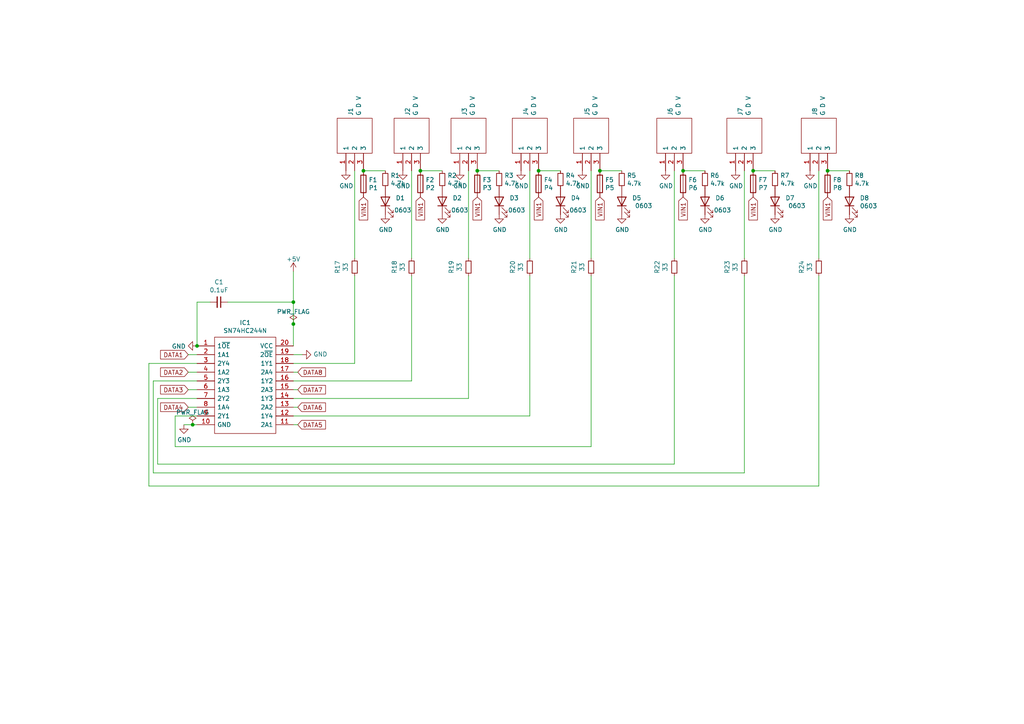
<source format=kicad_sch>
(kicad_sch (version 20211123) (generator eeschema)
  (paper "A4")
  (title_block (title "The Owl - RPI Cape 16ch Pixel Controller") (company "OnlineDynamic"))
  (lib_symbols
    (symbol "Device:C_Small" (pin_numbers hide) (pin_names (offset 0.254) hide)
      (property "Reference" "C" (at 0.254 1.778 0))
      (property "Value" "C_Small" (at 0.254 -2.032 0))
      (symbol "C_Small_0_1"
        (polyline (pts (xy -1.524 -0.508) (xy 1.524 -0.508)) (stroke (width 0.3302)))
        (polyline (pts (xy -1.524 0.508) (xy 1.524 0.508)) (stroke (width 0.3048)))
      )
      (symbol "C_Small_1_1"
        (pin passive line (at 0 2.54 270) (length 2.032) (name "~") (number "1"))
        (pin passive line (at 0 -2.54 90) (length 2.032) (name "~") (number "2"))
      )
    )
    (symbol "Device:Fuse" (pin_numbers hide) (pin_names (offset 0))
      (property "Reference" "F" (at 2.032 0 90))
      (property "Value" "Fuse" (at -1.905 0 90))
      (symbol "Fuse_0_1"
        (rectangle (start -0.762 -2.54) (end 0.762 2.54) (stroke (width 0.254)))
        (polyline (pts (xy 0 2.54) (xy 0 -2.54)))
      )
      (symbol "Fuse_1_1"
        (pin passive line (at 0 3.81 270) (length 1.27) (name "~") (number "1"))
        (pin passive line (at 0 -3.81 90) (length 1.27) (name "~") (number "2"))
      )
    )
    (symbol "Device:LED" (pin_numbers hide) (pin_names (offset 1.016) hide)
      (property "Reference" "D" (at 0 2.54 0))
      (property "Value" "LED" (at 0 -2.54 0))
      (symbol "LED_0_1"
        (polyline (pts (xy -1.27 -1.27) (xy -1.27 1.27)) (stroke (width 0.254)))
        (polyline (pts (xy -1.27 0) (xy 1.27 0)))
        (polyline (pts (xy 1.27 -1.27) (xy 1.27 1.27) (xy -1.27 0) (xy 1.27 -1.27)) (stroke (width 0.254)))
        (polyline (pts (xy -3.048 -0.762) (xy -4.572 -2.286) (xy -3.81 -2.286) (xy -4.572 -2.286) (xy -4.572 -1.524)))
        (polyline (pts (xy -1.778 -0.762) (xy -3.302 -2.286) (xy -2.54 -2.286) (xy -3.302 -2.286) (xy -3.302 -1.524)))
      )
      (symbol "LED_1_1"
        (pin passive line (at -3.81 0 0) (length 2.54) (name "K") (number "1"))
        (pin passive line (at 3.81 0 180) (length 2.54) (name "A") (number "2"))
      )
    )
    (symbol "Device:R_Small" (pin_numbers hide) (pin_names (offset 0.254) hide)
      (property "Reference" "R" (at 0.762 0.508 0))
      (property "Value" "R_Small" (at 0.762 -1.016 0))
      (symbol "R_Small_0_1"
        (rectangle (start -0.762 1.778) (end 0.762 -1.778) (stroke (width 0.2032)))
      )
      (symbol "R_Small_1_1"
        (pin passive line (at 0 2.54 270) (length 0.762) (name "~") (number "1"))
        (pin passive line (at 0 -2.54 90) (length 0.762) (name "~") (number "2"))
      )
    )
    (symbol "owl_cape-rescue:284514-3-SamacSys_Parts" (pin_names (offset 0.762))
      (property "Reference" "J" (at 16.51 7.62 0))
      (property "Value" "284514-3-SamacSys_Parts" (at 16.51 5.08 0))
      (symbol "284514-3-SamacSys_Parts_0_0"
        (pin passive line (at 0 0 0) (length 5.08) (name "1") (number "1"))
        (pin passive line (at 0 -2.54 0) (length 5.08) (name "2") (number "2"))
        (pin passive line (at 0 -5.08 0) (length 5.08) (name "3") (number "3"))
      )
      (symbol "284514-3-SamacSys_Parts_0_1"
        (polyline (pts (xy 5.08 2.54) (xy 15.24 2.54) (xy 15.24 -7.62) (xy 5.08 -7.62) (xy 5.08 2.54)) (stroke (width 0.1524)))
      )
    )
    (symbol "owl_cape-rescue:SN74HC244N-SamacSys_Parts" (pin_names (offset 0.762))
      (property "Reference" "IC" (at 24.13 7.62 0))
      (property "Value" "SN74HC244N-SamacSys_Parts" (at 24.13 5.08 0))
      (symbol "SN74HC244N-SamacSys_Parts_0_0"
        (pin passive line (at 0 0 0) (length 5.08) (name "1~{OE}") (number "1"))
        (pin power_in line (at 0 -22.86 0) (length 5.08) (name "GND") (number "10"))
        (pin passive line (at 27.94 -22.86 180) (length 5.08) (name "2A1") (number "11"))
        (pin passive line (at 27.94 -20.32 180) (length 5.08) (name "1Y4") (number "12"))
        (pin passive line (at 27.94 -17.78 180) (length 5.08) (name "2A2") (number "13"))
        (pin passive line (at 27.94 -15.24 180) (length 5.08) (name "1Y3") (number "14"))
        (pin passive line (at 27.94 -12.7 180) (length 5.08) (name "2A3") (number "15"))
        (pin passive line (at 27.94 -10.16 180) (length 5.08) (name "1Y2") (number "16"))
        (pin passive line (at 27.94 -7.62 180) (length 5.08) (name "2A4") (number "17"))
        (pin passive line (at 27.94 -5.08 180) (length 5.08) (name "1Y1") (number "18"))
        (pin passive line (at 27.94 -2.54 180) (length 5.08) (name "2~{OE}") (number "19"))
        (pin passive line (at 0 -2.54 0) (length 5.08) (name "1A1") (number "2"))
        (pin power_in line (at 27.94 0 180) (length 5.08) (name "VCC") (number "20"))
        (pin passive line (at 0 -5.08 0) (length 5.08) (name "2Y4") (number "3"))
        (pin passive line (at 0 -7.62 0) (length 5.08) (name "1A2") (number "4"))
        (pin passive line (at 0 -10.16 0) (length 5.08) (name "2Y3") (number "5"))
        (pin passive line (at 0 -12.7 0) (length 5.08) (name "1A3") (number "6"))
        (pin passive line (at 0 -15.24 0) (length 5.08) (name "2Y2") (number "7"))
        (pin passive line (at 0 -17.78 0) (length 5.08) (name "1A4") (number "8"))
        (pin passive line (at 0 -20.32 0) (length 5.08) (name "2Y1") (number "9"))
      )
      (symbol "SN74HC244N-SamacSys_Parts_0_1"
        (polyline (pts (xy 5.08 2.54) (xy 22.86 2.54) (xy 22.86 -25.4) (xy 5.08 -25.4) (xy 5.08 2.54)) (stroke (width 0.1524)))
      )
    )
    (symbol "power:+5V" (power) (pin_names (offset 0))
      (property "Value" "+5V" (at 0 3.556 0))
      (symbol "+5V_0_1"
        (polyline (pts (xy -0.762 1.27) (xy 0 2.54)))
        (polyline (pts (xy 0 0) (xy 0 2.54)))
        (polyline (pts (xy 0 2.54) (xy 0.762 1.27)))
      )
      (symbol "+5V_1_1"
        (pin power_in line (at 0 0 90) (length 0) hide (name "+5V") (number "1"))
      )
    )
    (symbol "power:GND" (power) (pin_names (offset 0))
      (property "Value" "GND" (at 0 -3.81 0))
      (symbol "GND_0_1"
        (polyline (pts (xy 0 0) (xy 0 -1.27) (xy 1.27 -1.27) (xy 0 -2.54) (xy -1.27 -1.27) (xy 0 -1.27)))
      )
      (symbol "GND_1_1"
        (pin power_in line (at 0 0 270) (length 0) hide (name "GND") (number "1"))
      )
    )
    (symbol "power:PWR_FLAG" (power) (pin_numbers hide) (pin_names (offset 0) hide)
      (property "Value" "PWR_FLAG" (at 0 3.81 0))
      (symbol "PWR_FLAG_0_0"
        (pin power_out line (at 0 0 90) (length 0) (name "pwr") (number "1"))
      )
      (symbol "PWR_FLAG_0_1"
        (polyline (pts (xy 0 0) (xy 0 1.27) (xy -1.016 1.905) (xy 0 2.54) (xy 1.016 1.905) (xy 0 1.27)))
      )
    )
  )
  (junction (at 105.41 49.53))
  (junction (at 57.15 100.33))
  (junction (at 85.09 87.63))
  (junction (at 240.03 49.53))
  (junction (at 138.43 49.53))
  (junction (at 173.99 49.53))
  (junction (at 156.21 49.53))
  (junction (at 55.88 123.19))
  (junction (at 121.92 49.53))
  (junction (at 198.12 49.53))
  (junction (at 218.44 49.53))
  (junction (at 85.09 93.98))
  (wire (pts (xy 135.89 80.01) (xy 135.89 115.57)))
  (wire (pts (xy 50.8 129.54) (xy 171.45 129.54)))
  (wire (pts (xy 85.09 107.95) (xy 86.36 107.95)))
  (wire (pts (xy 138.43 49.53) (xy 144.78 49.53)))
  (wire (pts (xy 121.92 49.53) (xy 128.27 49.53)))
  (wire (pts (xy 57.15 118.11) (xy 54.61 118.11)))
  (wire (pts (xy 85.09 78.74) (xy 85.09 87.63)))
  (wire (pts (xy 54.61 113.03) (xy 57.15 113.03)))
  (wire (pts (xy 43.18 105.41) (xy 57.15 105.41)))
  (wire (pts (xy 102.87 80.01) (xy 102.87 105.41)))
  (wire (pts (xy 45.72 115.57) (xy 57.15 115.57)))
  (wire (pts (xy 237.49 49.53) (xy 237.49 74.93)))
  (wire (pts (xy 50.8 120.65) (xy 50.8 129.54)))
  (wire (pts (xy 215.9 49.53) (xy 215.9 74.93)))
  (wire (pts (xy 44.45 137.16) (xy 44.45 110.49)))
  (wire (pts (xy 60.96 87.63) (xy 57.15 87.63)))
  (wire (pts (xy 45.72 134.62) (xy 195.58 134.62)))
  (wire (pts (xy 119.38 80.01) (xy 119.38 110.49)))
  (wire (pts (xy 43.18 140.97) (xy 237.49 140.97)))
  (wire (pts (xy 66.04 87.63) (xy 85.09 87.63)))
  (wire (pts (xy 85.09 93.98) (xy 85.09 100.33)))
  (wire (pts (xy 85.09 120.65) (xy 153.67 120.65)))
  (wire (pts (xy 50.8 120.65) (xy 57.15 120.65)))
  (wire (pts (xy 85.09 123.19) (xy 86.36 123.19)))
  (wire (pts (xy 156.21 49.53) (xy 162.56 49.53)))
  (wire (pts (xy 85.09 113.03) (xy 86.36 113.03)))
  (wire (pts (xy 153.67 80.01) (xy 153.67 120.65)))
  (wire (pts (xy 54.61 102.87) (xy 57.15 102.87)))
  (wire (pts (xy 85.09 102.87) (xy 87.63 102.87)))
  (wire (pts (xy 135.89 49.53) (xy 135.89 74.93)))
  (wire (pts (xy 237.49 80.01) (xy 237.49 140.97)))
  (wire (pts (xy 43.18 140.97) (xy 43.18 105.41)))
  (wire (pts (xy 85.09 110.49) (xy 119.38 110.49)))
  (wire (pts (xy 173.99 49.53) (xy 180.34 49.53)))
  (wire (pts (xy 119.38 49.53) (xy 119.38 74.93)))
  (wire (pts (xy 171.45 80.01) (xy 171.45 129.54)))
  (wire (pts (xy 102.87 49.53) (xy 102.87 74.93)))
  (wire (pts (xy 153.67 49.53) (xy 153.67 74.93)))
  (wire (pts (xy 195.58 80.01) (xy 195.58 134.62)))
  (wire (pts (xy 240.03 49.53) (xy 246.38 49.53)))
  (wire (pts (xy 44.45 137.16) (xy 215.9 137.16)))
  (wire (pts (xy 195.58 49.53) (xy 195.58 74.93)))
  (wire (pts (xy 45.72 134.62) (xy 45.72 115.57)))
  (wire (pts (xy 85.09 87.63) (xy 85.09 93.98)))
  (wire (pts (xy 215.9 80.01) (xy 215.9 137.16)))
  (wire (pts (xy 55.88 123.19) (xy 57.15 123.19)))
  (wire (pts (xy 198.12 49.53) (xy 204.47 49.53)))
  (wire (pts (xy 171.45 49.53) (xy 171.45 74.93)))
  (wire (pts (xy 44.45 110.49) (xy 57.15 110.49)))
  (wire (pts (xy 53.34 123.19) (xy 55.88 123.19)))
  (wire (pts (xy 85.09 118.11) (xy 86.36 118.11)))
  (wire (pts (xy 105.41 49.53) (xy 111.76 49.53)))
  (wire (pts (xy 85.09 105.41) (xy 102.87 105.41)))
  (wire (pts (xy 218.44 49.53) (xy 224.79 49.53)))
  (wire (pts (xy 85.09 115.57) (xy 135.89 115.57)))
  (wire (pts (xy 57.15 87.63) (xy 57.15 100.33)))
  (wire (pts (xy 54.61 107.95) (xy 57.15 107.95)))
  (global_label "DATA2" (shape input) (at 54.61 107.95 180) (property "Intersheet References" "${INTERSHEET_REFS}" (effects hide)))
  (global_label "VIN1" (shape input) (at 138.43 57.15 270) (property "Intersheet References" "${INTERSHEET_REFS}" (effects hide)))
  (global_label "VIN1" (shape input) (at 240.03 57.15 270) (property "Intersheet References" "${INTERSHEET_REFS}" (effects hide)))
  (global_label "DATA4" (shape input) (at 54.61 118.11 180) (property "Intersheet References" "${INTERSHEET_REFS}" (effects hide)))
  (global_label "VIN1" (shape input) (at 105.41 57.15 270) (property "Intersheet References" "${INTERSHEET_REFS}" (effects hide)))
  (global_label "DATA6" (shape input) (at 86.36 118.11 0) (property "Intersheet References" "${INTERSHEET_REFS}" (effects hide)))
  (global_label "DATA1" (shape input) (at 54.61 102.87 180) (property "Intersheet References" "${INTERSHEET_REFS}" (effects hide)))
  (global_label "VIN1" (shape input) (at 218.44 57.15 270) (property "Intersheet References" "${INTERSHEET_REFS}" (effects hide)))
  (global_label "DATA3" (shape input) (at 54.61 113.03 180) (property "Intersheet References" "${INTERSHEET_REFS}" (effects hide)))
  (global_label "DATA5" (shape input) (at 86.36 123.19 0) (property "Intersheet References" "${INTERSHEET_REFS}" (effects hide)))
  (global_label "VIN1" (shape input) (at 121.92 57.15 270) (property "Intersheet References" "${INTERSHEET_REFS}" (effects hide)))
  (global_label "VIN1" (shape input) (at 198.12 57.15 270) (property "Intersheet References" "${INTERSHEET_REFS}" (effects hide)))
  (global_label "DATA7" (shape input) (at 86.36 113.03 0) (property "Intersheet References" "${INTERSHEET_REFS}" (effects hide)))
  (global_label "VIN1" (shape input) (at 173.99 57.15 270) (property "Intersheet References" "${INTERSHEET_REFS}" (effects hide)))
  (global_label "DATA8" (shape input) (at 86.36 107.95 0) (property "Intersheet References" "${INTERSHEET_REFS}" (effects hide)))
  (global_label "VIN1" (shape input) (at 156.21 57.15 270) (property "Intersheet References" "${INTERSHEET_REFS}" (effects hide)))
  (symbol (lib_id "owl_cape-rescue:284514-3-SamacSys_Parts") (at 116.84 49.53 90) (unit 1)
    (property "Reference" "J2" (at 118.2116 33.5788 0) (effects (justify left)))
    (property "Value" "G D V" (at 120.523 33.5788 0) (effects (justify left)))
    (property "Footprint" "SamacSys_Parts:SHDR3W80P0X350_1X3_1250X725X940P" (effects hide))
    (property "Datasheet" "https://www.te.com/commerce/DocumentDelivery/DDEController?Action=srchrtrv&DocNm=284514&DocType=Customer+Drawing&DocLang=English&DocFormat=pdf&PartCntxt=284514-3" (effects hide))
    (property "Description" "TE Connectivity Buchanan, 3 Way, 1 Row, Straight PCB Terminal Block Header" (effects hide))
    (property "Height" "9.4" (effects hide))
    (property "Mouser Part Number" "571-284514-3" (effects hide))
    (property "Mouser Price/Stock" "https://www.mouser.co.uk/ProductDetail/TE-Connectivity/284514-3/?qs=woBvfblj%2FzwGS50caoQlYA%3D%3D" (effects hide))
    (property "Manufacturer_Name" "TE Connectivity" (effects hide))
    (property "Manufacturer_Part_Number" "284514-3" (effects hide))
  )
  (symbol (lib_id "owl_cape-rescue:284514-3-SamacSys_Parts") (at 133.35 49.53 90) (unit 1)
    (property "Reference" "J3" (at 134.7216 33.5788 0) (effects (justify left)))
    (property "Value" "G D V" (at 137.033 33.5788 0) (effects (justify left)))
    (property "Footprint" "SamacSys_Parts:SHDR3W80P0X350_1X3_1250X725X940P" (effects hide))
    (property "Datasheet" "https://www.te.com/commerce/DocumentDelivery/DDEController?Action=srchrtrv&DocNm=284514&DocType=Customer+Drawing&DocLang=English&DocFormat=pdf&PartCntxt=284514-3" (effects hide))
    (property "Description" "TE Connectivity Buchanan, 3 Way, 1 Row, Straight PCB Terminal Block Header" (effects hide))
    (property "Height" "9.4" (effects hide))
    (property "Mouser Part Number" "571-284514-3" (effects hide))
    (property "Mouser Price/Stock" "https://www.mouser.co.uk/ProductDetail/TE-Connectivity/284514-3/?qs=woBvfblj%2FzwGS50caoQlYA%3D%3D" (effects hide))
    (property "Manufacturer_Name" "TE Connectivity" (effects hide))
    (property "Manufacturer_Part_Number" "284514-3" (effects hide))
  )
  (symbol (lib_id "owl_cape-rescue:284514-3-SamacSys_Parts") (at 151.13 49.53 90) (unit 1)
    (property "Reference" "J4" (at 152.5016 33.5788 0) (effects (justify left)))
    (property "Value" "G D V" (at 154.813 33.5788 0) (effects (justify left)))
    (property "Footprint" "SamacSys_Parts:SHDR3W80P0X350_1X3_1250X725X940P" (effects hide))
    (property "Datasheet" "https://www.te.com/commerce/DocumentDelivery/DDEController?Action=srchrtrv&DocNm=284514&DocType=Customer+Drawing&DocLang=English&DocFormat=pdf&PartCntxt=284514-3" (effects hide))
    (property "Description" "TE Connectivity Buchanan, 3 Way, 1 Row, Straight PCB Terminal Block Header" (effects hide))
    (property "Height" "9.4" (effects hide))
    (property "Mouser Part Number" "571-284514-3" (effects hide))
    (property "Mouser Price/Stock" "https://www.mouser.co.uk/ProductDetail/TE-Connectivity/284514-3/?qs=woBvfblj%2FzwGS50caoQlYA%3D%3D" (effects hide))
    (property "Manufacturer_Name" "TE Connectivity" (effects hide))
    (property "Manufacturer_Part_Number" "284514-3" (effects hide))
  )
  (symbol (lib_id "owl_cape-rescue:284514-3-SamacSys_Parts") (at 168.91 49.53 90) (unit 1)
    (property "Reference" "J5" (at 170.2816 33.5788 0) (effects (justify left)))
    (property "Value" "G D V" (at 172.593 33.5788 0) (effects (justify left)))
    (property "Footprint" "SamacSys_Parts:SHDR3W80P0X350_1X3_1250X725X940P" (effects hide))
    (property "Datasheet" "https://www.te.com/commerce/DocumentDelivery/DDEController?Action=srchrtrv&DocNm=284514&DocType=Customer+Drawing&DocLang=English&DocFormat=pdf&PartCntxt=284514-3" (effects hide))
    (property "Description" "TE Connectivity Buchanan, 3 Way, 1 Row, Straight PCB Terminal Block Header" (effects hide))
    (property "Height" "9.4" (effects hide))
    (property "Mouser Part Number" "571-284514-3" (effects hide))
    (property "Mouser Price/Stock" "https://www.mouser.co.uk/ProductDetail/TE-Connectivity/284514-3/?qs=woBvfblj%2FzwGS50caoQlYA%3D%3D" (effects hide))
    (property "Manufacturer_Name" "TE Connectivity" (effects hide))
    (property "Manufacturer_Part_Number" "284514-3" (effects hide))
  )
  (symbol (lib_id "owl_cape-rescue:284514-3-SamacSys_Parts") (at 193.04 49.53 90) (unit 1)
    (property "Reference" "J6" (at 194.4116 33.5788 0) (effects (justify left)))
    (property "Value" "G D V" (at 196.723 33.5788 0) (effects (justify left)))
    (property "Footprint" "SamacSys_Parts:SHDR3W80P0X350_1X3_1250X725X940P" (effects hide))
    (property "Datasheet" "https://www.te.com/commerce/DocumentDelivery/DDEController?Action=srchrtrv&DocNm=284514&DocType=Customer+Drawing&DocLang=English&DocFormat=pdf&PartCntxt=284514-3" (effects hide))
    (property "Description" "TE Connectivity Buchanan, 3 Way, 1 Row, Straight PCB Terminal Block Header" (effects hide))
    (property "Height" "9.4" (effects hide))
    (property "Mouser Part Number" "571-284514-3" (effects hide))
    (property "Mouser Price/Stock" "https://www.mouser.co.uk/ProductDetail/TE-Connectivity/284514-3/?qs=woBvfblj%2FzwGS50caoQlYA%3D%3D" (effects hide))
    (property "Manufacturer_Name" "TE Connectivity" (effects hide))
    (property "Manufacturer_Part_Number" "284514-3" (effects hide))
  )
  (symbol (lib_id "owl_cape-rescue:284514-3-SamacSys_Parts") (at 213.36 49.53 90) (unit 1)
    (property "Reference" "J7" (at 214.7316 33.5788 0) (effects (justify left)))
    (property "Value" "G D V" (at 217.043 33.5788 0) (effects (justify left)))
    (property "Footprint" "SamacSys_Parts:SHDR3W80P0X350_1X3_1250X725X940P" (effects hide))
    (property "Datasheet" "https://www.te.com/commerce/DocumentDelivery/DDEController?Action=srchrtrv&DocNm=284514&DocType=Customer+Drawing&DocLang=English&DocFormat=pdf&PartCntxt=284514-3" (effects hide))
    (property "Description" "TE Connectivity Buchanan, 3 Way, 1 Row, Straight PCB Terminal Block Header" (effects hide))
    (property "Height" "9.4" (effects hide))
    (property "Mouser Part Number" "571-284514-3" (effects hide))
    (property "Mouser Price/Stock" "https://www.mouser.co.uk/ProductDetail/TE-Connectivity/284514-3/?qs=woBvfblj%2FzwGS50caoQlYA%3D%3D" (effects hide))
    (property "Manufacturer_Name" "TE Connectivity" (effects hide))
    (property "Manufacturer_Part_Number" "284514-3" (effects hide))
  )
  (symbol (lib_id "owl_cape-rescue:284514-3-SamacSys_Parts") (at 234.95 49.53 90) (unit 1)
    (property "Reference" "J8" (at 236.3216 33.5788 0) (effects (justify left)))
    (property "Value" "G D V" (at 238.633 33.5788 0) (effects (justify left)))
    (property "Footprint" "SamacSys_Parts:SHDR3W80P0X350_1X3_1250X725X940P" (effects hide))
    (property "Datasheet" "https://www.te.com/commerce/DocumentDelivery/DDEController?Action=srchrtrv&DocNm=284514&DocType=Customer+Drawing&DocLang=English&DocFormat=pdf&PartCntxt=284514-3" (effects hide))
    (property "Description" "TE Connectivity Buchanan, 3 Way, 1 Row, Straight PCB Terminal Block Header" (effects hide))
    (property "Height" "9.4" (effects hide))
    (property "Mouser Part Number" "571-284514-3" (effects hide))
    (property "Mouser Price/Stock" "https://www.mouser.co.uk/ProductDetail/TE-Connectivity/284514-3/?qs=woBvfblj%2FzwGS50caoQlYA%3D%3D" (effects hide))
    (property "Manufacturer_Name" "TE Connectivity" (effects hide))
    (property "Manufacturer_Part_Number" "284514-3" (effects hide))
  )
  (symbol (lib_id "power:GND") (at 116.84 49.53 0) (unit 1)
    (property "Reference" "#PWR019" (effects hide))
    (property "Value" "GND" (at 116.967 53.9242 0))
  )
  (symbol (lib_id "Device:Fuse") (at 105.41 53.34 0) (unit 1)
    (property "Reference" "F1" (at 106.934 52.1716 0) (effects (justify left)))
    (property "Value" "P1" (at 106.934 54.483 0) (effects (justify left)))
    (property "Footprint" "Fuse:Fuseholder_Blade_Mini_Keystone_3568" (effects hide))
  )
  (symbol (lib_id "power:GND") (at 100.33 49.53 0) (unit 1)
    (property "Reference" "#PWR017" (effects hide))
    (property "Value" "GND" (at 100.457 53.9242 0))
  )
  (symbol (lib_id "Device:Fuse") (at 121.92 53.34 0) (unit 1)
    (property "Reference" "F2" (at 123.444 52.1716 0) (effects (justify left)))
    (property "Value" "P2" (at 123.444 54.483 0) (effects (justify left)))
    (property "Footprint" "Fuse:Fuseholder_Blade_Mini_Keystone_3568" (effects hide))
  )
  (symbol (lib_id "power:GND") (at 133.35 49.53 0) (unit 1)
    (property "Reference" "#PWR021" (effects hide))
    (property "Value" "GND" (at 133.477 53.9242 0))
  )
  (symbol (lib_id "Device:Fuse") (at 138.43 53.34 0) (unit 1)
    (property "Reference" "F3" (at 139.954 52.1716 0) (effects (justify left)))
    (property "Value" "P3" (at 139.954 54.483 0) (effects (justify left)))
    (property "Footprint" "Fuse:Fuseholder_Blade_Mini_Keystone_3568" (effects hide))
  )
  (symbol (lib_id "power:GND") (at 151.13 49.53 0) (unit 1)
    (property "Reference" "#PWR023" (effects hide))
    (property "Value" "GND" (at 151.257 53.9242 0))
  )
  (symbol (lib_id "Device:Fuse") (at 156.21 53.34 0) (unit 1)
    (property "Reference" "F4" (at 157.734 52.1716 0) (effects (justify left)))
    (property "Value" "P4" (at 157.734 54.483 0) (effects (justify left)))
    (property "Footprint" "Fuse:Fuseholder_Blade_Mini_Keystone_3568" (effects hide))
  )
  (symbol (lib_id "power:GND") (at 168.91 49.53 0) (unit 1)
    (property "Reference" "#PWR025" (effects hide))
    (property "Value" "GND" (at 169.037 53.9242 0))
  )
  (symbol (lib_id "Device:Fuse") (at 173.99 53.34 0) (unit 1)
    (property "Reference" "F5" (at 175.514 52.1716 0) (effects (justify left)))
    (property "Value" "P5" (at 175.514 54.483 0) (effects (justify left)))
    (property "Footprint" "Fuse:Fuseholder_Blade_Mini_Keystone_3568" (effects hide))
  )
  (symbol (lib_id "power:GND") (at 193.04 49.53 0) (unit 1)
    (property "Reference" "#PWR027" (effects hide))
    (property "Value" "GND" (at 193.167 53.9242 0))
  )
  (symbol (lib_id "Device:Fuse") (at 198.12 53.34 0) (unit 1)
    (property "Reference" "F6" (at 199.644 52.1716 0) (effects (justify left)))
    (property "Value" "P6" (at 199.644 54.483 0) (effects (justify left)))
    (property "Footprint" "Fuse:Fuseholder_Blade_Mini_Keystone_3568" (effects hide))
  )
  (symbol (lib_id "power:GND") (at 213.36 49.53 0) (unit 1)
    (property "Reference" "#PWR029" (effects hide))
    (property "Value" "GND" (at 213.487 53.9242 0))
  )
  (symbol (lib_id "Device:Fuse") (at 218.44 53.34 0) (unit 1)
    (property "Reference" "F7" (at 219.964 52.1716 0) (effects (justify left)))
    (property "Value" "P7" (at 219.964 54.483 0) (effects (justify left)))
    (property "Footprint" "Fuse:Fuseholder_Blade_Mini_Keystone_3568" (effects hide))
  )
  (symbol (lib_id "power:GND") (at 234.95 49.53 0) (unit 1)
    (property "Reference" "#PWR031" (effects hide))
    (property "Value" "GND" (at 235.077 53.9242 0))
  )
  (symbol (lib_id "Device:Fuse") (at 240.03 53.34 0) (unit 1)
    (property "Reference" "F8" (at 241.554 52.1716 0) (effects (justify left)))
    (property "Value" "P8" (at 241.554 54.483 0) (effects (justify left)))
    (property "Footprint" "Fuse:Fuseholder_Blade_Mini_Keystone_3568" (effects hide))
  )
  (symbol (lib_id "Device:LED") (at 246.38 58.42 90) (unit 1)
    (property "Reference" "D8" (at 249.3772 57.4294 90) (effects (justify right)))
    (property "Value" "0603" (at 249.3772 59.7408 90) (effects (justify right)))
    (property "Footprint" "LED_SMD:LED_0603_1608Metric" (effects hide))
    (property "Datasheet" "Everlight-Elec-19-217-GHC-YR1S2-3T_C72043.pdf" (effects hide))
    (property "Description" "C72043" (effects hide))
  )
  (symbol (lib_id "power:GND") (at 246.38 62.23 0) (unit 1)
    (property "Reference" "#PWR032" (effects hide))
    (property "Value" "GND" (at 246.507 66.6242 0))
  )
  (symbol (lib_id "Device:R_Small") (at 246.38 52.07 0) (unit 1)
    (property "Reference" "R8" (at 247.8786 50.9016 0) (effects (justify left)))
    (property "Value" "4.7k" (at 247.8786 53.213 0) (effects (justify left)))
    (property "Footprint" "Resistor_SMD:R_0805_2012Metric" (effects hide))
    (property "Datasheet" "https://datasheet.lcsc.com/szlcsc/Uniroyal-Elec-0805W8F2201T5E_C17520.pdf" (effects hide))
    (property "Description" "C17673" (effects hide))
  )
  (symbol (lib_id "Device:LED") (at 224.79 58.42 90) (unit 1)
    (property "Reference" "D7" (at 227.7872 57.4294 90) (effects (justify right)))
    (property "Value" "0603" (at 228.6 59.69 90) (effects (justify right)))
    (property "Footprint" "LED_SMD:LED_0603_1608Metric" (effects hide))
    (property "Datasheet" "Everlight-Elec-19-217-GHC-YR1S2-3T_C72043.pdf" (effects hide))
    (property "Description" "C72043" (effects hide))
  )
  (symbol (lib_id "power:GND") (at 224.79 62.23 0) (unit 1)
    (property "Reference" "#PWR030" (effects hide))
    (property "Value" "GND" (at 224.917 66.6242 0))
  )
  (symbol (lib_id "Device:R_Small") (at 224.79 52.07 0) (unit 1)
    (property "Reference" "R7" (at 226.2886 50.9016 0) (effects (justify left)))
    (property "Value" "4.7k" (at 226.2886 53.213 0) (effects (justify left)))
    (property "Footprint" "Resistor_SMD:R_0805_2012Metric" (effects hide))
    (property "Datasheet" "https://datasheet.lcsc.com/szlcsc/Uniroyal-Elec-0805W8F2201T5E_C17520.pdf" (effects hide))
    (property "Description" "C17673" (effects hide))
  )
  (symbol (lib_id "Device:LED") (at 204.47 58.42 90) (unit 1)
    (property "Reference" "D6" (at 207.4672 57.4294 90) (effects (justify right)))
    (property "Value" "0603" (at 207.01 60.96 90) (effects (justify right)))
    (property "Footprint" "LED_SMD:LED_0603_1608Metric" (effects hide))
    (property "Datasheet" "Everlight-Elec-19-217-GHC-YR1S2-3T_C72043.pdf" (effects hide))
    (property "Description" "C72043" (effects hide))
  )
  (symbol (lib_id "power:GND") (at 204.47 62.23 0) (unit 1)
    (property "Reference" "#PWR028" (effects hide))
    (property "Value" "GND" (at 204.597 66.6242 0))
  )
  (symbol (lib_id "Device:R_Small") (at 204.47 52.07 0) (unit 1)
    (property "Reference" "R6" (at 205.9686 50.9016 0) (effects (justify left)))
    (property "Value" "4.7k" (at 205.9686 53.213 0) (effects (justify left)))
    (property "Footprint" "Resistor_SMD:R_0805_2012Metric" (effects hide))
    (property "Datasheet" "https://datasheet.lcsc.com/szlcsc/Uniroyal-Elec-0805W8F2201T5E_C17520.pdf" (effects hide))
    (property "Description" "C17673" (effects hide))
  )
  (symbol (lib_id "Device:LED") (at 180.34 58.42 90) (unit 1)
    (property "Reference" "D5" (at 183.3372 57.4294 90) (effects (justify right)))
    (property "Value" "0603" (at 184.15 59.69 90) (effects (justify right)))
    (property "Footprint" "LED_SMD:LED_0603_1608Metric" (effects hide))
    (property "Datasheet" "Everlight-Elec-19-217-GHC-YR1S2-3T_C72043.pdf" (effects hide))
    (property "Description" "C72043" (effects hide))
  )
  (symbol (lib_id "power:GND") (at 180.34 62.23 0) (unit 1)
    (property "Reference" "#PWR026" (effects hide))
    (property "Value" "GND" (at 180.467 66.6242 0))
  )
  (symbol (lib_id "Device:R_Small") (at 180.34 52.07 0) (unit 1)
    (property "Reference" "R5" (at 181.8386 50.9016 0) (effects (justify left)))
    (property "Value" "4.7k" (at 181.8386 53.213 0) (effects (justify left)))
    (property "Footprint" "Resistor_SMD:R_0805_2012Metric" (effects hide))
    (property "Datasheet" "https://datasheet.lcsc.com/szlcsc/Uniroyal-Elec-0805W8F2201T5E_C17520.pdf" (effects hide))
    (property "Description" "C17673" (effects hide))
  )
  (symbol (lib_id "Device:LED") (at 162.56 58.42 90) (unit 1)
    (property "Reference" "D4" (at 165.5572 57.4294 90) (effects (justify right)))
    (property "Value" "0603" (at 165.1 60.96 90) (effects (justify right)))
    (property "Footprint" "LED_SMD:LED_0603_1608Metric" (effects hide))
    (property "Datasheet" "Everlight-Elec-19-217-GHC-YR1S2-3T_C72043.pdf" (effects hide))
    (property "Description" "C72043" (effects hide))
  )
  (symbol (lib_id "power:GND") (at 162.56 62.23 0) (unit 1)
    (property "Reference" "#PWR024" (effects hide))
    (property "Value" "GND" (at 162.687 66.6242 0))
  )
  (symbol (lib_id "Device:R_Small") (at 162.56 52.07 0) (unit 1)
    (property "Reference" "R4" (at 164.0586 50.9016 0) (effects (justify left)))
    (property "Value" "4.7k" (at 164.0586 53.213 0) (effects (justify left)))
    (property "Footprint" "Resistor_SMD:R_0805_2012Metric" (effects hide))
    (property "Datasheet" "https://datasheet.lcsc.com/szlcsc/Uniroyal-Elec-0805W8F2201T5E_C17520.pdf" (effects hide))
    (property "Description" "C17673" (effects hide))
  )
  (symbol (lib_id "Device:LED") (at 144.78 58.42 90) (unit 1)
    (property "Reference" "D3" (at 147.7772 57.4294 90) (effects (justify right)))
    (property "Value" "0603" (at 147.32 60.96 90) (effects (justify right)))
    (property "Footprint" "LED_SMD:LED_0603_1608Metric" (effects hide))
    (property "Datasheet" "Everlight-Elec-19-217-GHC-YR1S2-3T_C72043.pdf" (effects hide))
    (property "Description" "C72043" (effects hide))
  )
  (symbol (lib_id "power:GND") (at 144.78 62.23 0) (unit 1)
    (property "Reference" "#PWR022" (effects hide))
    (property "Value" "GND" (at 144.907 66.6242 0))
  )
  (symbol (lib_id "Device:R_Small") (at 144.78 52.07 0) (unit 1)
    (property "Reference" "R3" (at 146.2786 50.9016 0) (effects (justify left)))
    (property "Value" "4.7k" (at 146.2786 53.213 0) (effects (justify left)))
    (property "Footprint" "Resistor_SMD:R_0805_2012Metric" (effects hide))
    (property "Datasheet" "https://datasheet.lcsc.com/szlcsc/Uniroyal-Elec-0805W8F2201T5E_C17520.pdf" (effects hide))
    (property "Description" "C17673" (effects hide))
  )
  (symbol (lib_id "Device:LED") (at 128.27 58.42 90) (unit 1)
    (property "Reference" "D2" (at 131.2672 57.4294 90) (effects (justify right)))
    (property "Value" "0603" (at 130.81 60.96 90) (effects (justify right)))
    (property "Footprint" "LED_SMD:LED_0603_1608Metric" (effects hide))
    (property "Datasheet" "Everlight-Elec-19-217-GHC-YR1S2-3T_C72043.pdf" (effects hide))
    (property "Description" "C72043" (effects hide))
  )
  (symbol (lib_id "power:GND") (at 128.27 62.23 0) (unit 1)
    (property "Reference" "#PWR020" (effects hide))
    (property "Value" "GND" (at 128.397 66.6242 0))
  )
  (symbol (lib_id "Device:R_Small") (at 128.27 52.07 0) (unit 1)
    (property "Reference" "R2" (at 129.7686 50.9016 0) (effects (justify left)))
    (property "Value" "4.7k" (at 129.7686 53.213 0) (effects (justify left)))
    (property "Footprint" "Resistor_SMD:R_0805_2012Metric" (effects hide))
    (property "Datasheet" "https://datasheet.lcsc.com/szlcsc/Uniroyal-Elec-0805W8F2201T5E_C17520.pdf" (effects hide))
    (property "Description" "C17673" (effects hide))
  )
  (symbol (lib_id "Device:LED") (at 111.76 58.42 90) (unit 1)
    (property "Reference" "D1" (at 114.7572 57.4294 90) (effects (justify right)))
    (property "Value" "0603" (at 114.3 60.96 90) (effects (justify right)))
    (property "Footprint" "LED_SMD:LED_0603_1608Metric" (effects hide))
    (property "Datasheet" "Everlight-Elec-19-217-GHC-YR1S2-3T_C72043.pdf" (effects hide))
    (property "Description" "C72043" (effects hide))
  )
  (symbol (lib_id "power:GND") (at 111.76 62.23 0) (unit 1)
    (property "Reference" "#PWR018" (effects hide))
    (property "Value" "GND" (at 111.887 66.6242 0))
  )
  (symbol (lib_id "Device:R_Small") (at 111.76 52.07 0) (unit 1)
    (property "Reference" "R1" (at 113.2586 50.9016 0) (effects (justify left)))
    (property "Value" "4.7k" (at 113.2586 53.213 0) (effects (justify left)))
    (property "Footprint" "Resistor_SMD:R_0805_2012Metric" (effects hide))
    (property "Datasheet" "https://datasheet.lcsc.com/szlcsc/Uniroyal-Elec-0805W8F2201T5E_C17520.pdf" (effects hide))
    (property "Description" "C17673" (effects hide))
  )
  (symbol (lib_id "owl_cape-rescue:284514-3-SamacSys_Parts") (at 100.33 49.53 90) (unit 1)
    (property "Reference" "J1" (at 101.7016 33.5788 0) (effects (justify left)))
    (property "Value" "G D V" (at 104.013 33.5788 0) (effects (justify left)))
    (property "Footprint" "SamacSys_Parts:SHDR3W80P0X350_1X3_1250X725X940P" (effects hide))
    (property "Datasheet" "https://www.te.com/commerce/DocumentDelivery/DDEController?Action=srchrtrv&DocNm=284514&DocType=Customer+Drawing&DocLang=English&DocFormat=pdf&PartCntxt=284514-3" (effects hide))
    (property "Description" "TE Connectivity Buchanan, 3 Way, 1 Row, Straight PCB Terminal Block Header" (effects hide))
    (property "Height" "9.4" (effects hide))
    (property "Mouser Part Number" "571-284514-3" (effects hide))
    (property "Mouser Price/Stock" "https://www.mouser.co.uk/ProductDetail/TE-Connectivity/284514-3/?qs=woBvfblj%2FzwGS50caoQlYA%3D%3D" (effects hide))
    (property "Manufacturer_Name" "TE Connectivity" (effects hide))
    (property "Manufacturer_Part_Number" "284514-3" (effects hide))
  )
  (symbol (lib_id "power:GND") (at 53.34 123.19 0) (unit 1)
    (property "Reference" "#PWR013" (effects hide))
    (property "Value" "GND" (at 53.467 127.5842 0))
  )
  (symbol (lib_id "owl_cape-rescue:SN74HC244N-SamacSys_Parts") (at 57.15 100.33 0) (unit 1)
    (property "Reference" "IC1" (at 71.12 93.599 0))
    (property "Value" "SN74HC244N" (at 71.12 95.9104 0))
    (property "Footprint" "SamacSys_Parts:DIP794W53P254L2540H508Q20N" (effects hide))
    (property "Datasheet" "http://www.ti.com/general/docs/suppproductinfo.tsp?distId=10&gotoUrl=http%3A%2F%2Fwww.ti.com%2Flit%2Fgpn%2Fsn74hc244" (effects hide))
    (property "Description" "Octal Buffers And Line Drivers With 3-State Outputs" (effects hide))
    (property "Height" "5.08" (effects hide))
    (property "Mouser Part Number" "595-SN74HC244N" (effects hide))
    (property "Mouser Price/Stock" "https://www.mouser.co.uk/ProductDetail/Texas-Instruments/SN74HC244N?qs=N6WZOzgtpqVj86wWMB9mFg%3D%3D" (effects hide))
    (property "Manufacturer_Name" "Texas Instruments" (effects hide))
    (property "Manufacturer_Part_Number" "SN74HC244N" (effects hide))
  )
  (symbol (lib_id "power:GND") (at 87.63 102.87 90) (unit 1)
    (property "Reference" "#PWR016" (effects hide))
    (property "Value" "GND" (at 90.8812 102.743 90) (effects (justify right)))
  )
  (symbol (lib_id "power:GND") (at 57.15 100.33 270) (unit 1)
    (property "Reference" "#PWR014" (effects hide))
    (property "Value" "GND" (at 53.8988 100.457 90) (effects (justify right)))
  )
  (symbol (lib_id "Device:R_Small") (at 102.87 77.47 0) (unit 1)
    (property "Reference" "R17" (at 97.8916 77.47 90))
    (property "Value" "33" (at 100.203 77.47 90))
    (property "Footprint" "Resistor_SMD:R_0805_2012Metric" (effects hide))
  )
  (symbol (lib_id "Device:R_Small") (at 119.38 77.47 0) (unit 1)
    (property "Reference" "R18" (at 114.4016 77.47 90))
    (property "Value" "33" (at 116.713 77.47 90))
    (property "Footprint" "Resistor_SMD:R_0805_2012Metric" (effects hide))
  )
  (symbol (lib_id "Device:R_Small") (at 135.89 77.47 0) (unit 1)
    (property "Reference" "R19" (at 130.9116 77.47 90))
    (property "Value" "33" (at 133.223 77.47 90))
    (property "Footprint" "Resistor_SMD:R_0805_2012Metric" (effects hide))
  )
  (symbol (lib_id "Device:R_Small") (at 153.67 77.47 0) (unit 1)
    (property "Reference" "R20" (at 148.6916 77.47 90))
    (property "Value" "33" (at 151.003 77.47 90))
    (property "Footprint" "Resistor_SMD:R_0805_2012Metric" (effects hide))
  )
  (symbol (lib_id "Device:R_Small") (at 171.45 77.47 0) (unit 1)
    (property "Reference" "R21" (at 166.4716 77.47 90))
    (property "Value" "33" (at 168.783 77.47 90))
    (property "Footprint" "Resistor_SMD:R_0805_2012Metric" (effects hide))
  )
  (symbol (lib_id "Device:R_Small") (at 195.58 77.47 0) (unit 1)
    (property "Reference" "R22" (at 190.6016 77.47 90))
    (property "Value" "33" (at 192.913 77.47 90))
    (property "Footprint" "Resistor_SMD:R_0805_2012Metric" (effects hide))
  )
  (symbol (lib_id "Device:R_Small") (at 215.9 77.47 0) (unit 1)
    (property "Reference" "R23" (at 210.9216 77.47 90))
    (property "Value" "33" (at 213.233 77.47 90))
    (property "Footprint" "Resistor_SMD:R_0805_2012Metric" (effects hide))
  )
  (symbol (lib_id "Device:R_Small") (at 237.49 77.47 0) (unit 1)
    (property "Reference" "R24" (at 232.5116 77.47 90))
    (property "Value" "33" (at 234.823 77.47 90))
    (property "Footprint" "Resistor_SMD:R_0805_2012Metric" (effects hide))
  )
  (symbol (lib_id "Device:C_Small") (at 63.5 87.63 270) (unit 1)
    (property "Reference" "C1" (at 63.5 81.8134 90))
    (property "Value" "0.1uF" (at 63.5 84.1248 90))
    (property "Footprint" "Capacitor_SMD:CP_Elec_4x5.3" (effects hide))
  )
  (symbol (lib_id "power:PWR_FLAG") (at 55.88 123.19 0) (unit 1)
    (property "Reference" "#FLG0103" (effects hide))
    (property "Value" "PWR_FLAG" (at 55.88 119.6142 0))
  )
  (symbol (lib_id "power:+5V") (at 85.09 78.74 0) (unit 1)
    (property "Reference" "#PWR0124" (effects hide))
    (property "Value" "+5V" (at 85.09 75.1642 0))
  )
  (symbol (lib_id "power:PWR_FLAG") (at 85.09 93.98 0) (unit 1)
    (property "Reference" "#FLG0104" (effects hide))
    (property "Value" "PWR_FLAG" (at 85.09 90.4042 0))
  )
)
</source>
